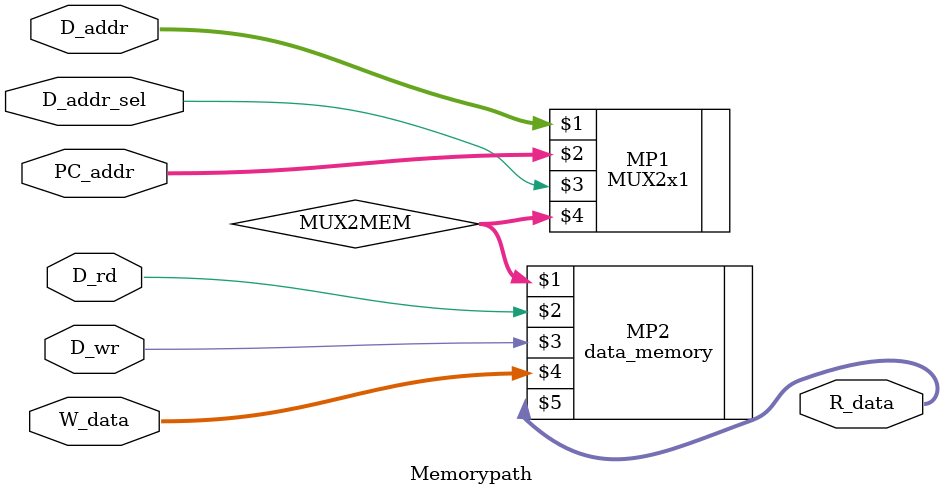
<source format=v>
`timescale 1ns / 1ps

module Memorypath(
    input D_addr_sel,
    input [7:0] PC_addr,
    input [7:0] D_addr,
    input D_rd,
    input D_wr,
    input [15:0] W_data,
    output [15:0] R_data
    );
    
    wire [7:0] MUX2MEM;
    
    MUX2x1 MP1(D_addr, PC_addr, D_addr_sel, MUX2MEM);
    data_memory MP2(MUX2MEM, D_rd, D_wr, W_data, R_data);
    
endmodule

</source>
